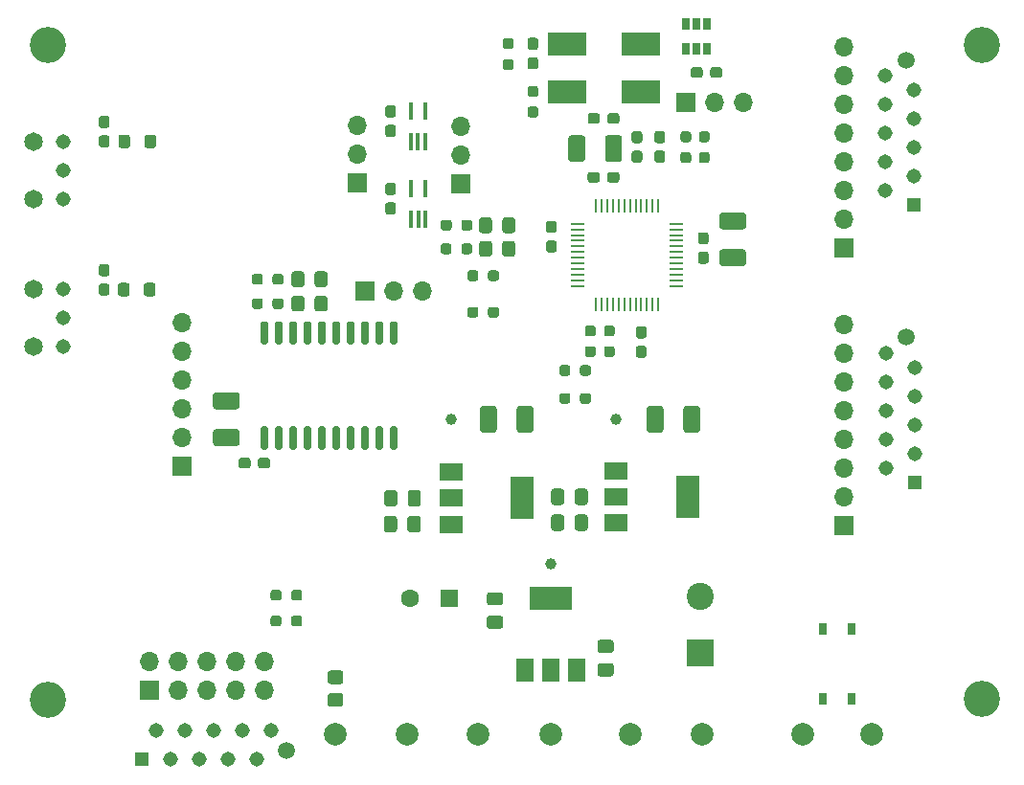
<source format=gbr>
G04 #@! TF.GenerationSoftware,KiCad,Pcbnew,(5.1.9-0-10_14)*
G04 #@! TF.CreationDate,2021-04-25T13:46:17+02:00*
G04 #@! TF.ProjectId,dac,6461632e-6b69-4636-9164-5f7063625858,rev?*
G04 #@! TF.SameCoordinates,Original*
G04 #@! TF.FileFunction,Soldermask,Top*
G04 #@! TF.FilePolarity,Negative*
%FSLAX46Y46*%
G04 Gerber Fmt 4.6, Leading zero omitted, Abs format (unit mm)*
G04 Created by KiCad (PCBNEW (5.1.9-0-10_14)) date 2021-04-25 13:46:17*
%MOMM*%
%LPD*%
G01*
G04 APERTURE LIST*
%ADD10C,1.308000*%
%ADD11C,1.650000*%
%ADD12O,1.700000X1.700000*%
%ADD13R,1.700000X1.700000*%
%ADD14C,1.000000*%
%ADD15R,0.400000X1.500000*%
%ADD16R,0.650000X1.060000*%
%ADD17C,2.000000*%
%ADD18R,1.308000X1.308000*%
%ADD19C,1.500000*%
%ADD20R,2.000000X1.500000*%
%ADD21R,2.000000X3.800000*%
%ADD22R,1.500000X2.000000*%
%ADD23R,3.800000X2.000000*%
%ADD24R,3.500000X2.000000*%
%ADD25C,1.600000*%
%ADD26R,1.600000X1.600000*%
%ADD27C,3.200000*%
%ADD28R,0.800000X1.000000*%
%ADD29C,2.400000*%
%ADD30R,2.400000X2.400000*%
%ADD31R,1.300000X0.250000*%
%ADD32R,0.250000X1.300000*%
G04 APERTURE END LIST*
D10*
X115025000Y-83185000D03*
X115025000Y-85725000D03*
X115025000Y-88265000D03*
D11*
X112395000Y-88265000D03*
X112395000Y-83185000D03*
D10*
X115025000Y-70104000D03*
X115025000Y-72644000D03*
X115025000Y-75184000D03*
D11*
X112395000Y-75184000D03*
X112395000Y-70104000D03*
D12*
X132740400Y-116078000D03*
X132740400Y-118618000D03*
X130200400Y-116078000D03*
X130200400Y-118618000D03*
X127660400Y-116078000D03*
X127660400Y-118618000D03*
X125120400Y-116078000D03*
X125120400Y-118618000D03*
X122580400Y-116078000D03*
D13*
X122580400Y-118618000D03*
D12*
X150177500Y-68732400D03*
X150177500Y-71272400D03*
D13*
X150177500Y-73812400D03*
G36*
G01*
X122120200Y-83560401D02*
X122120200Y-82860399D01*
G75*
G02*
X122370199Y-82610400I249999J0D01*
G01*
X122920201Y-82610400D01*
G75*
G02*
X123170200Y-82860399I0J-249999D01*
G01*
X123170200Y-83560401D01*
G75*
G02*
X122920201Y-83810400I-249999J0D01*
G01*
X122370199Y-83810400D01*
G75*
G02*
X122120200Y-83560401I0J249999D01*
G01*
G37*
G36*
G01*
X119820200Y-83560401D02*
X119820200Y-82860399D01*
G75*
G02*
X120070199Y-82610400I249999J0D01*
G01*
X120620201Y-82610400D01*
G75*
G02*
X120870200Y-82860399I0J-249999D01*
G01*
X120870200Y-83560401D01*
G75*
G02*
X120620201Y-83810400I-249999J0D01*
G01*
X120070199Y-83810400D01*
G75*
G02*
X119820200Y-83560401I0J249999D01*
G01*
G37*
G36*
G01*
X122171000Y-70454001D02*
X122171000Y-69753999D01*
G75*
G02*
X122420999Y-69504000I249999J0D01*
G01*
X122971001Y-69504000D01*
G75*
G02*
X123221000Y-69753999I0J-249999D01*
G01*
X123221000Y-70454001D01*
G75*
G02*
X122971001Y-70704000I-249999J0D01*
G01*
X122420999Y-70704000D01*
G75*
G02*
X122171000Y-70454001I0J249999D01*
G01*
G37*
G36*
G01*
X119871000Y-70454001D02*
X119871000Y-69753999D01*
G75*
G02*
X120120999Y-69504000I249999J0D01*
G01*
X120671001Y-69504000D01*
G75*
G02*
X120921000Y-69753999I0J-249999D01*
G01*
X120921000Y-70454001D01*
G75*
G02*
X120671001Y-70704000I-249999J0D01*
G01*
X120120999Y-70704000D01*
G75*
G02*
X119871000Y-70454001I0J249999D01*
G01*
G37*
D14*
X158115000Y-107505500D03*
G36*
G01*
X135148500Y-110473500D02*
X135148500Y-109998500D01*
G75*
G02*
X135386000Y-109761000I237500J0D01*
G01*
X135886000Y-109761000D01*
G75*
G02*
X136123500Y-109998500I0J-237500D01*
G01*
X136123500Y-110473500D01*
G75*
G02*
X135886000Y-110711000I-237500J0D01*
G01*
X135386000Y-110711000D01*
G75*
G02*
X135148500Y-110473500I0J237500D01*
G01*
G37*
G36*
G01*
X133323500Y-110473500D02*
X133323500Y-109998500D01*
G75*
G02*
X133561000Y-109761000I237500J0D01*
G01*
X134061000Y-109761000D01*
G75*
G02*
X134298500Y-109998500I0J-237500D01*
G01*
X134298500Y-110473500D01*
G75*
G02*
X134061000Y-110711000I-237500J0D01*
G01*
X133561000Y-110711000D01*
G75*
G02*
X133323500Y-110473500I0J237500D01*
G01*
G37*
G36*
G01*
X135144700Y-112759500D02*
X135144700Y-112284500D01*
G75*
G02*
X135382200Y-112047000I237500J0D01*
G01*
X135882200Y-112047000D01*
G75*
G02*
X136119700Y-112284500I0J-237500D01*
G01*
X136119700Y-112759500D01*
G75*
G02*
X135882200Y-112997000I-237500J0D01*
G01*
X135382200Y-112997000D01*
G75*
G02*
X135144700Y-112759500I0J237500D01*
G01*
G37*
G36*
G01*
X133319700Y-112759500D02*
X133319700Y-112284500D01*
G75*
G02*
X133557200Y-112047000I237500J0D01*
G01*
X134057200Y-112047000D01*
G75*
G02*
X134294700Y-112284500I0J-237500D01*
G01*
X134294700Y-112759500D01*
G75*
G02*
X134057200Y-112997000I-237500J0D01*
G01*
X133557200Y-112997000D01*
G75*
G02*
X133319700Y-112759500I0J237500D01*
G01*
G37*
G36*
G01*
X133497500Y-84692500D02*
X133497500Y-84217500D01*
G75*
G02*
X133735000Y-83980000I237500J0D01*
G01*
X134235000Y-83980000D01*
G75*
G02*
X134472500Y-84217500I0J-237500D01*
G01*
X134472500Y-84692500D01*
G75*
G02*
X134235000Y-84930000I-237500J0D01*
G01*
X133735000Y-84930000D01*
G75*
G02*
X133497500Y-84692500I0J237500D01*
G01*
G37*
G36*
G01*
X131672500Y-84692500D02*
X131672500Y-84217500D01*
G75*
G02*
X131910000Y-83980000I237500J0D01*
G01*
X132410000Y-83980000D01*
G75*
G02*
X132647500Y-84217500I0J-237500D01*
G01*
X132647500Y-84692500D01*
G75*
G02*
X132410000Y-84930000I-237500J0D01*
G01*
X131910000Y-84930000D01*
G75*
G02*
X131672500Y-84692500I0J237500D01*
G01*
G37*
G36*
G01*
X133497500Y-82533500D02*
X133497500Y-82058500D01*
G75*
G02*
X133735000Y-81821000I237500J0D01*
G01*
X134235000Y-81821000D01*
G75*
G02*
X134472500Y-82058500I0J-237500D01*
G01*
X134472500Y-82533500D01*
G75*
G02*
X134235000Y-82771000I-237500J0D01*
G01*
X133735000Y-82771000D01*
G75*
G02*
X133497500Y-82533500I0J237500D01*
G01*
G37*
G36*
G01*
X131672500Y-82533500D02*
X131672500Y-82058500D01*
G75*
G02*
X131910000Y-81821000I237500J0D01*
G01*
X132410000Y-81821000D01*
G75*
G02*
X132647500Y-82058500I0J-237500D01*
G01*
X132647500Y-82533500D01*
G75*
G02*
X132410000Y-82771000I-237500J0D01*
G01*
X131910000Y-82771000D01*
G75*
G02*
X131672500Y-82533500I0J237500D01*
G01*
G37*
G36*
G01*
X136320000Y-84004999D02*
X136320000Y-84905001D01*
G75*
G02*
X136070001Y-85155000I-249999J0D01*
G01*
X135419999Y-85155000D01*
G75*
G02*
X135170000Y-84905001I0J249999D01*
G01*
X135170000Y-84004999D01*
G75*
G02*
X135419999Y-83755000I249999J0D01*
G01*
X136070001Y-83755000D01*
G75*
G02*
X136320000Y-84004999I0J-249999D01*
G01*
G37*
G36*
G01*
X138370000Y-84004999D02*
X138370000Y-84905001D01*
G75*
G02*
X138120001Y-85155000I-249999J0D01*
G01*
X137469999Y-85155000D01*
G75*
G02*
X137220000Y-84905001I0J249999D01*
G01*
X137220000Y-84004999D01*
G75*
G02*
X137469999Y-83755000I249999J0D01*
G01*
X138120001Y-83755000D01*
G75*
G02*
X138370000Y-84004999I0J-249999D01*
G01*
G37*
G36*
G01*
X136320000Y-81845999D02*
X136320000Y-82746001D01*
G75*
G02*
X136070001Y-82996000I-249999J0D01*
G01*
X135419999Y-82996000D01*
G75*
G02*
X135170000Y-82746001I0J249999D01*
G01*
X135170000Y-81845999D01*
G75*
G02*
X135419999Y-81596000I249999J0D01*
G01*
X136070001Y-81596000D01*
G75*
G02*
X136320000Y-81845999I0J-249999D01*
G01*
G37*
G36*
G01*
X138370000Y-81845999D02*
X138370000Y-82746001D01*
G75*
G02*
X138120001Y-82996000I-249999J0D01*
G01*
X137469999Y-82996000D01*
G75*
G02*
X137220000Y-82746001I0J249999D01*
G01*
X137220000Y-81845999D01*
G75*
G02*
X137469999Y-81596000I249999J0D01*
G01*
X138120001Y-81596000D01*
G75*
G02*
X138370000Y-81845999I0J-249999D01*
G01*
G37*
G36*
G01*
X163089300Y-68309500D02*
X163089300Y-67834500D01*
G75*
G02*
X163326800Y-67597000I237500J0D01*
G01*
X163926800Y-67597000D01*
G75*
G02*
X164164300Y-67834500I0J-237500D01*
G01*
X164164300Y-68309500D01*
G75*
G02*
X163926800Y-68547000I-237500J0D01*
G01*
X163326800Y-68547000D01*
G75*
G02*
X163089300Y-68309500I0J237500D01*
G01*
G37*
G36*
G01*
X161364300Y-68309500D02*
X161364300Y-67834500D01*
G75*
G02*
X161601800Y-67597000I237500J0D01*
G01*
X162201800Y-67597000D01*
G75*
G02*
X162439300Y-67834500I0J-237500D01*
G01*
X162439300Y-68309500D01*
G75*
G02*
X162201800Y-68547000I-237500J0D01*
G01*
X161601800Y-68547000D01*
G75*
G02*
X161364300Y-68309500I0J237500D01*
G01*
G37*
D15*
X145732500Y-74302000D03*
X147032500Y-74302000D03*
X147032500Y-76962000D03*
X146382500Y-76962000D03*
X145732500Y-76962000D03*
X145717500Y-67456700D03*
X147017500Y-67456700D03*
X147017500Y-70116700D03*
X146367500Y-70116700D03*
X145717500Y-70116700D03*
G36*
G01*
X143691600Y-75495200D02*
X144166600Y-75495200D01*
G75*
G02*
X144404100Y-75732700I0J-237500D01*
G01*
X144404100Y-76332700D01*
G75*
G02*
X144166600Y-76570200I-237500J0D01*
G01*
X143691600Y-76570200D01*
G75*
G02*
X143454100Y-76332700I0J237500D01*
G01*
X143454100Y-75732700D01*
G75*
G02*
X143691600Y-75495200I237500J0D01*
G01*
G37*
G36*
G01*
X143691600Y-73770200D02*
X144166600Y-73770200D01*
G75*
G02*
X144404100Y-74007700I0J-237500D01*
G01*
X144404100Y-74607700D01*
G75*
G02*
X144166600Y-74845200I-237500J0D01*
G01*
X143691600Y-74845200D01*
G75*
G02*
X143454100Y-74607700I0J237500D01*
G01*
X143454100Y-74007700D01*
G75*
G02*
X143691600Y-73770200I237500J0D01*
G01*
G37*
G36*
G01*
X143691600Y-68637200D02*
X144166600Y-68637200D01*
G75*
G02*
X144404100Y-68874700I0J-237500D01*
G01*
X144404100Y-69474700D01*
G75*
G02*
X144166600Y-69712200I-237500J0D01*
G01*
X143691600Y-69712200D01*
G75*
G02*
X143454100Y-69474700I0J237500D01*
G01*
X143454100Y-68874700D01*
G75*
G02*
X143691600Y-68637200I237500J0D01*
G01*
G37*
G36*
G01*
X143691600Y-66912200D02*
X144166600Y-66912200D01*
G75*
G02*
X144404100Y-67149700I0J-237500D01*
G01*
X144404100Y-67749700D01*
G75*
G02*
X144166600Y-67987200I-237500J0D01*
G01*
X143691600Y-67987200D01*
G75*
G02*
X143454100Y-67749700I0J237500D01*
G01*
X143454100Y-67149700D01*
G75*
G02*
X143691600Y-66912200I237500J0D01*
G01*
G37*
D16*
X170977600Y-61925200D03*
X171927600Y-61925200D03*
X170027600Y-61925200D03*
X170027600Y-59725200D03*
X170977600Y-59725200D03*
X171927600Y-59725200D03*
G36*
G01*
X171530300Y-63770500D02*
X171530300Y-64245500D01*
G75*
G02*
X171292800Y-64483000I-237500J0D01*
G01*
X170692800Y-64483000D01*
G75*
G02*
X170455300Y-64245500I0J237500D01*
G01*
X170455300Y-63770500D01*
G75*
G02*
X170692800Y-63533000I237500J0D01*
G01*
X171292800Y-63533000D01*
G75*
G02*
X171530300Y-63770500I0J-237500D01*
G01*
G37*
G36*
G01*
X173255300Y-63770500D02*
X173255300Y-64245500D01*
G75*
G02*
X173017800Y-64483000I-237500J0D01*
G01*
X172417800Y-64483000D01*
G75*
G02*
X172180300Y-64245500I0J237500D01*
G01*
X172180300Y-63770500D01*
G75*
G02*
X172417800Y-63533000I237500J0D01*
G01*
X173017800Y-63533000D01*
G75*
G02*
X173255300Y-63770500I0J-237500D01*
G01*
G37*
G36*
G01*
X156752300Y-66171900D02*
X156277300Y-66171900D01*
G75*
G02*
X156039800Y-65934400I0J237500D01*
G01*
X156039800Y-65434400D01*
G75*
G02*
X156277300Y-65196900I237500J0D01*
G01*
X156752300Y-65196900D01*
G75*
G02*
X156989800Y-65434400I0J-237500D01*
G01*
X156989800Y-65934400D01*
G75*
G02*
X156752300Y-66171900I-237500J0D01*
G01*
G37*
G36*
G01*
X156752300Y-67996900D02*
X156277300Y-67996900D01*
G75*
G02*
X156039800Y-67759400I0J237500D01*
G01*
X156039800Y-67259400D01*
G75*
G02*
X156277300Y-67021900I237500J0D01*
G01*
X156752300Y-67021900D01*
G75*
G02*
X156989800Y-67259400I0J-237500D01*
G01*
X156989800Y-67759400D01*
G75*
G02*
X156752300Y-67996900I-237500J0D01*
G01*
G37*
G36*
G01*
X154567900Y-61955500D02*
X154092900Y-61955500D01*
G75*
G02*
X153855400Y-61718000I0J237500D01*
G01*
X153855400Y-61218000D01*
G75*
G02*
X154092900Y-60980500I237500J0D01*
G01*
X154567900Y-60980500D01*
G75*
G02*
X154805400Y-61218000I0J-237500D01*
G01*
X154805400Y-61718000D01*
G75*
G02*
X154567900Y-61955500I-237500J0D01*
G01*
G37*
G36*
G01*
X154567900Y-63780500D02*
X154092900Y-63780500D01*
G75*
G02*
X153855400Y-63543000I0J237500D01*
G01*
X153855400Y-63043000D01*
G75*
G02*
X154092900Y-62805500I237500J0D01*
G01*
X154567900Y-62805500D01*
G75*
G02*
X154805400Y-63043000I0J-237500D01*
G01*
X154805400Y-63543000D01*
G75*
G02*
X154567900Y-63780500I-237500J0D01*
G01*
G37*
G36*
G01*
X170265100Y-70188900D02*
X169790100Y-70188900D01*
G75*
G02*
X169552600Y-69951400I0J237500D01*
G01*
X169552600Y-69451400D01*
G75*
G02*
X169790100Y-69213900I237500J0D01*
G01*
X170265100Y-69213900D01*
G75*
G02*
X170502600Y-69451400I0J-237500D01*
G01*
X170502600Y-69951400D01*
G75*
G02*
X170265100Y-70188900I-237500J0D01*
G01*
G37*
G36*
G01*
X170265100Y-72013900D02*
X169790100Y-72013900D01*
G75*
G02*
X169552600Y-71776400I0J237500D01*
G01*
X169552600Y-71276400D01*
G75*
G02*
X169790100Y-71038900I237500J0D01*
G01*
X170265100Y-71038900D01*
G75*
G02*
X170502600Y-71276400I0J-237500D01*
G01*
X170502600Y-71776400D01*
G75*
G02*
X170265100Y-72013900I-237500J0D01*
G01*
G37*
G36*
G01*
X171890700Y-70188900D02*
X171415700Y-70188900D01*
G75*
G02*
X171178200Y-69951400I0J237500D01*
G01*
X171178200Y-69451400D01*
G75*
G02*
X171415700Y-69213900I237500J0D01*
G01*
X171890700Y-69213900D01*
G75*
G02*
X172128200Y-69451400I0J-237500D01*
G01*
X172128200Y-69951400D01*
G75*
G02*
X171890700Y-70188900I-237500J0D01*
G01*
G37*
G36*
G01*
X171890700Y-72013900D02*
X171415700Y-72013900D01*
G75*
G02*
X171178200Y-71776400I0J237500D01*
G01*
X171178200Y-71276400D01*
G75*
G02*
X171415700Y-71038900I237500J0D01*
G01*
X171890700Y-71038900D01*
G75*
G02*
X172128200Y-71276400I0J-237500D01*
G01*
X172128200Y-71776400D01*
G75*
G02*
X171890700Y-72013900I-237500J0D01*
G01*
G37*
G36*
G01*
X161357300Y-88205500D02*
X161832300Y-88205500D01*
G75*
G02*
X162069800Y-88443000I0J-237500D01*
G01*
X162069800Y-88943000D01*
G75*
G02*
X161832300Y-89180500I-237500J0D01*
G01*
X161357300Y-89180500D01*
G75*
G02*
X161119800Y-88943000I0J237500D01*
G01*
X161119800Y-88443000D01*
G75*
G02*
X161357300Y-88205500I237500J0D01*
G01*
G37*
G36*
G01*
X161357300Y-86380500D02*
X161832300Y-86380500D01*
G75*
G02*
X162069800Y-86618000I0J-237500D01*
G01*
X162069800Y-87118000D01*
G75*
G02*
X161832300Y-87355500I-237500J0D01*
G01*
X161357300Y-87355500D01*
G75*
G02*
X161119800Y-87118000I0J237500D01*
G01*
X161119800Y-86618000D01*
G75*
G02*
X161357300Y-86380500I237500J0D01*
G01*
G37*
G36*
G01*
X163033700Y-88205500D02*
X163508700Y-88205500D01*
G75*
G02*
X163746200Y-88443000I0J-237500D01*
G01*
X163746200Y-88943000D01*
G75*
G02*
X163508700Y-89180500I-237500J0D01*
G01*
X163033700Y-89180500D01*
G75*
G02*
X162796200Y-88943000I0J237500D01*
G01*
X162796200Y-88443000D01*
G75*
G02*
X163033700Y-88205500I237500J0D01*
G01*
G37*
G36*
G01*
X163033700Y-86380500D02*
X163508700Y-86380500D01*
G75*
G02*
X163746200Y-86618000I0J-237500D01*
G01*
X163746200Y-87118000D01*
G75*
G02*
X163508700Y-87355500I-237500J0D01*
G01*
X163033700Y-87355500D01*
G75*
G02*
X162796200Y-87118000I0J237500D01*
G01*
X162796200Y-86618000D01*
G75*
G02*
X163033700Y-86380500I237500J0D01*
G01*
G37*
G36*
G01*
X151693700Y-81741000D02*
X151693700Y-82216000D01*
G75*
G02*
X151456200Y-82453500I-237500J0D01*
G01*
X150956200Y-82453500D01*
G75*
G02*
X150718700Y-82216000I0J237500D01*
G01*
X150718700Y-81741000D01*
G75*
G02*
X150956200Y-81503500I237500J0D01*
G01*
X151456200Y-81503500D01*
G75*
G02*
X151693700Y-81741000I0J-237500D01*
G01*
G37*
G36*
G01*
X153518700Y-81741000D02*
X153518700Y-82216000D01*
G75*
G02*
X153281200Y-82453500I-237500J0D01*
G01*
X152781200Y-82453500D01*
G75*
G02*
X152543700Y-82216000I0J237500D01*
G01*
X152543700Y-81741000D01*
G75*
G02*
X152781200Y-81503500I237500J0D01*
G01*
X153281200Y-81503500D01*
G75*
G02*
X153518700Y-81741000I0J-237500D01*
G01*
G37*
G36*
G01*
X151693700Y-84979500D02*
X151693700Y-85454500D01*
G75*
G02*
X151456200Y-85692000I-237500J0D01*
G01*
X150956200Y-85692000D01*
G75*
G02*
X150718700Y-85454500I0J237500D01*
G01*
X150718700Y-84979500D01*
G75*
G02*
X150956200Y-84742000I237500J0D01*
G01*
X151456200Y-84742000D01*
G75*
G02*
X151693700Y-84979500I0J-237500D01*
G01*
G37*
G36*
G01*
X153518700Y-84979500D02*
X153518700Y-85454500D01*
G75*
G02*
X153281200Y-85692000I-237500J0D01*
G01*
X152781200Y-85692000D01*
G75*
G02*
X152543700Y-85454500I0J237500D01*
G01*
X152543700Y-84979500D01*
G75*
G02*
X152781200Y-84742000I237500J0D01*
G01*
X153281200Y-84742000D01*
G75*
G02*
X153518700Y-84979500I0J-237500D01*
G01*
G37*
G36*
G01*
X150185300Y-77758300D02*
X150185300Y-77283300D01*
G75*
G02*
X150422800Y-77045800I237500J0D01*
G01*
X150922800Y-77045800D01*
G75*
G02*
X151160300Y-77283300I0J-237500D01*
G01*
X151160300Y-77758300D01*
G75*
G02*
X150922800Y-77995800I-237500J0D01*
G01*
X150422800Y-77995800D01*
G75*
G02*
X150185300Y-77758300I0J237500D01*
G01*
G37*
G36*
G01*
X148360300Y-77758300D02*
X148360300Y-77283300D01*
G75*
G02*
X148597800Y-77045800I237500J0D01*
G01*
X149097800Y-77045800D01*
G75*
G02*
X149335300Y-77283300I0J-237500D01*
G01*
X149335300Y-77758300D01*
G75*
G02*
X149097800Y-77995800I-237500J0D01*
G01*
X148597800Y-77995800D01*
G75*
G02*
X148360300Y-77758300I0J237500D01*
G01*
G37*
G36*
G01*
X150181500Y-79841100D02*
X150181500Y-79366100D01*
G75*
G02*
X150419000Y-79128600I237500J0D01*
G01*
X150919000Y-79128600D01*
G75*
G02*
X151156500Y-79366100I0J-237500D01*
G01*
X151156500Y-79841100D01*
G75*
G02*
X150919000Y-80078600I-237500J0D01*
G01*
X150419000Y-80078600D01*
G75*
G02*
X150181500Y-79841100I0J237500D01*
G01*
G37*
G36*
G01*
X148356500Y-79841100D02*
X148356500Y-79366100D01*
G75*
G02*
X148594000Y-79128600I237500J0D01*
G01*
X149094000Y-79128600D01*
G75*
G02*
X149331500Y-79366100I0J-237500D01*
G01*
X149331500Y-79841100D01*
G75*
G02*
X149094000Y-80078600I-237500J0D01*
G01*
X148594000Y-80078600D01*
G75*
G02*
X148356500Y-79841100I0J237500D01*
G01*
G37*
D17*
X171450000Y-122555000D03*
X165100000Y-122555000D03*
G36*
G01*
X159825500Y-92599500D02*
X159825500Y-93074500D01*
G75*
G02*
X159588000Y-93312000I-237500J0D01*
G01*
X159088000Y-93312000D01*
G75*
G02*
X158850500Y-93074500I0J237500D01*
G01*
X158850500Y-92599500D01*
G75*
G02*
X159088000Y-92362000I237500J0D01*
G01*
X159588000Y-92362000D01*
G75*
G02*
X159825500Y-92599500I0J-237500D01*
G01*
G37*
G36*
G01*
X161650500Y-92599500D02*
X161650500Y-93074500D01*
G75*
G02*
X161413000Y-93312000I-237500J0D01*
G01*
X160913000Y-93312000D01*
G75*
G02*
X160675500Y-93074500I0J237500D01*
G01*
X160675500Y-92599500D01*
G75*
G02*
X160913000Y-92362000I237500J0D01*
G01*
X161413000Y-92362000D01*
G75*
G02*
X161650500Y-92599500I0J-237500D01*
G01*
G37*
G36*
G01*
X159825500Y-90123000D02*
X159825500Y-90598000D01*
G75*
G02*
X159588000Y-90835500I-237500J0D01*
G01*
X159088000Y-90835500D01*
G75*
G02*
X158850500Y-90598000I0J237500D01*
G01*
X158850500Y-90123000D01*
G75*
G02*
X159088000Y-89885500I237500J0D01*
G01*
X159588000Y-89885500D01*
G75*
G02*
X159825500Y-90123000I0J-237500D01*
G01*
G37*
G36*
G01*
X161650500Y-90123000D02*
X161650500Y-90598000D01*
G75*
G02*
X161413000Y-90835500I-237500J0D01*
G01*
X160913000Y-90835500D01*
G75*
G02*
X160675500Y-90598000I0J237500D01*
G01*
X160675500Y-90123000D01*
G75*
G02*
X160913000Y-89885500I237500J0D01*
G01*
X161413000Y-89885500D01*
G75*
G02*
X161650500Y-90123000I0J-237500D01*
G01*
G37*
G36*
G01*
X166328100Y-87532500D02*
X165853100Y-87532500D01*
G75*
G02*
X165615600Y-87295000I0J237500D01*
G01*
X165615600Y-86695000D01*
G75*
G02*
X165853100Y-86457500I237500J0D01*
G01*
X166328100Y-86457500D01*
G75*
G02*
X166565600Y-86695000I0J-237500D01*
G01*
X166565600Y-87295000D01*
G75*
G02*
X166328100Y-87532500I-237500J0D01*
G01*
G37*
G36*
G01*
X166328100Y-89257500D02*
X165853100Y-89257500D01*
G75*
G02*
X165615600Y-89020000I0J237500D01*
G01*
X165615600Y-88420000D01*
G75*
G02*
X165853100Y-88182500I237500J0D01*
G01*
X166328100Y-88182500D01*
G75*
G02*
X166565600Y-88420000I0J-237500D01*
G01*
X166565600Y-89020000D01*
G75*
G02*
X166328100Y-89257500I-237500J0D01*
G01*
G37*
G36*
G01*
X157902900Y-78860700D02*
X158377900Y-78860700D01*
G75*
G02*
X158615400Y-79098200I0J-237500D01*
G01*
X158615400Y-79698200D01*
G75*
G02*
X158377900Y-79935700I-237500J0D01*
G01*
X157902900Y-79935700D01*
G75*
G02*
X157665400Y-79698200I0J237500D01*
G01*
X157665400Y-79098200D01*
G75*
G02*
X157902900Y-78860700I237500J0D01*
G01*
G37*
G36*
G01*
X157902900Y-77135700D02*
X158377900Y-77135700D01*
G75*
G02*
X158615400Y-77373200I0J-237500D01*
G01*
X158615400Y-77973200D01*
G75*
G02*
X158377900Y-78210700I-237500J0D01*
G01*
X157902900Y-78210700D01*
G75*
G02*
X157665400Y-77973200I0J237500D01*
G01*
X157665400Y-77373200D01*
G75*
G02*
X157902900Y-77135700I237500J0D01*
G01*
G37*
G36*
G01*
X163075500Y-73516500D02*
X163075500Y-73041500D01*
G75*
G02*
X163313000Y-72804000I237500J0D01*
G01*
X163913000Y-72804000D01*
G75*
G02*
X164150500Y-73041500I0J-237500D01*
G01*
X164150500Y-73516500D01*
G75*
G02*
X163913000Y-73754000I-237500J0D01*
G01*
X163313000Y-73754000D01*
G75*
G02*
X163075500Y-73516500I0J237500D01*
G01*
G37*
G36*
G01*
X161350500Y-73516500D02*
X161350500Y-73041500D01*
G75*
G02*
X161588000Y-72804000I237500J0D01*
G01*
X162188000Y-72804000D01*
G75*
G02*
X162425500Y-73041500I0J-237500D01*
G01*
X162425500Y-73516500D01*
G75*
G02*
X162188000Y-73754000I-237500J0D01*
G01*
X161588000Y-73754000D01*
G75*
G02*
X161350500Y-73516500I0J237500D01*
G01*
G37*
G36*
G01*
X171339500Y-79853500D02*
X171814500Y-79853500D01*
G75*
G02*
X172052000Y-80091000I0J-237500D01*
G01*
X172052000Y-80691000D01*
G75*
G02*
X171814500Y-80928500I-237500J0D01*
G01*
X171339500Y-80928500D01*
G75*
G02*
X171102000Y-80691000I0J237500D01*
G01*
X171102000Y-80091000D01*
G75*
G02*
X171339500Y-79853500I237500J0D01*
G01*
G37*
G36*
G01*
X171339500Y-78128500D02*
X171814500Y-78128500D01*
G75*
G02*
X172052000Y-78366000I0J-237500D01*
G01*
X172052000Y-78966000D01*
G75*
G02*
X171814500Y-79203500I-237500J0D01*
G01*
X171339500Y-79203500D01*
G75*
G02*
X171102000Y-78966000I0J237500D01*
G01*
X171102000Y-78366000D01*
G75*
G02*
X171339500Y-78128500I237500J0D01*
G01*
G37*
G36*
G01*
X156277300Y-62657700D02*
X156752300Y-62657700D01*
G75*
G02*
X156989800Y-62895200I0J-237500D01*
G01*
X156989800Y-63495200D01*
G75*
G02*
X156752300Y-63732700I-237500J0D01*
G01*
X156277300Y-63732700D01*
G75*
G02*
X156039800Y-63495200I0J237500D01*
G01*
X156039800Y-62895200D01*
G75*
G02*
X156277300Y-62657700I237500J0D01*
G01*
G37*
G36*
G01*
X156277300Y-60932700D02*
X156752300Y-60932700D01*
G75*
G02*
X156989800Y-61170200I0J-237500D01*
G01*
X156989800Y-61770200D01*
G75*
G02*
X156752300Y-62007700I-237500J0D01*
G01*
X156277300Y-62007700D01*
G75*
G02*
X156039800Y-61770200I0J237500D01*
G01*
X156039800Y-61170200D01*
G75*
G02*
X156277300Y-60932700I237500J0D01*
G01*
G37*
G36*
G01*
X132214500Y-98789500D02*
X132214500Y-98314500D01*
G75*
G02*
X132452000Y-98077000I237500J0D01*
G01*
X133052000Y-98077000D01*
G75*
G02*
X133289500Y-98314500I0J-237500D01*
G01*
X133289500Y-98789500D01*
G75*
G02*
X133052000Y-99027000I-237500J0D01*
G01*
X132452000Y-99027000D01*
G75*
G02*
X132214500Y-98789500I0J237500D01*
G01*
G37*
G36*
G01*
X130489500Y-98789500D02*
X130489500Y-98314500D01*
G75*
G02*
X130727000Y-98077000I237500J0D01*
G01*
X131327000Y-98077000D01*
G75*
G02*
X131564500Y-98314500I0J-237500D01*
G01*
X131564500Y-98789500D01*
G75*
G02*
X131327000Y-99027000I-237500J0D01*
G01*
X130727000Y-99027000D01*
G75*
G02*
X130489500Y-98789500I0J237500D01*
G01*
G37*
G36*
G01*
X118380500Y-82672900D02*
X118855500Y-82672900D01*
G75*
G02*
X119093000Y-82910400I0J-237500D01*
G01*
X119093000Y-83510400D01*
G75*
G02*
X118855500Y-83747900I-237500J0D01*
G01*
X118380500Y-83747900D01*
G75*
G02*
X118143000Y-83510400I0J237500D01*
G01*
X118143000Y-82910400D01*
G75*
G02*
X118380500Y-82672900I237500J0D01*
G01*
G37*
G36*
G01*
X118380500Y-80947900D02*
X118855500Y-80947900D01*
G75*
G02*
X119093000Y-81185400I0J-237500D01*
G01*
X119093000Y-81785400D01*
G75*
G02*
X118855500Y-82022900I-237500J0D01*
G01*
X118380500Y-82022900D01*
G75*
G02*
X118143000Y-81785400I0J237500D01*
G01*
X118143000Y-81185400D01*
G75*
G02*
X118380500Y-80947900I237500J0D01*
G01*
G37*
G36*
G01*
X118380500Y-69566500D02*
X118855500Y-69566500D01*
G75*
G02*
X119093000Y-69804000I0J-237500D01*
G01*
X119093000Y-70404000D01*
G75*
G02*
X118855500Y-70641500I-237500J0D01*
G01*
X118380500Y-70641500D01*
G75*
G02*
X118143000Y-70404000I0J237500D01*
G01*
X118143000Y-69804000D01*
G75*
G02*
X118380500Y-69566500I237500J0D01*
G01*
G37*
G36*
G01*
X118380500Y-67841500D02*
X118855500Y-67841500D01*
G75*
G02*
X119093000Y-68079000I0J-237500D01*
G01*
X119093000Y-68679000D01*
G75*
G02*
X118855500Y-68916500I-237500J0D01*
G01*
X118380500Y-68916500D01*
G75*
G02*
X118143000Y-68679000I0J237500D01*
G01*
X118143000Y-68079000D01*
G75*
G02*
X118380500Y-67841500I237500J0D01*
G01*
G37*
G36*
G01*
X167953700Y-70262700D02*
X167478700Y-70262700D01*
G75*
G02*
X167241200Y-70025200I0J237500D01*
G01*
X167241200Y-69425200D01*
G75*
G02*
X167478700Y-69187700I237500J0D01*
G01*
X167953700Y-69187700D01*
G75*
G02*
X168191200Y-69425200I0J-237500D01*
G01*
X168191200Y-70025200D01*
G75*
G02*
X167953700Y-70262700I-237500J0D01*
G01*
G37*
G36*
G01*
X167953700Y-71987700D02*
X167478700Y-71987700D01*
G75*
G02*
X167241200Y-71750200I0J237500D01*
G01*
X167241200Y-71150200D01*
G75*
G02*
X167478700Y-70912700I237500J0D01*
G01*
X167953700Y-70912700D01*
G75*
G02*
X168191200Y-71150200I0J-237500D01*
G01*
X168191200Y-71750200D01*
G75*
G02*
X167953700Y-71987700I-237500J0D01*
G01*
G37*
G36*
G01*
X165472100Y-70912700D02*
X165947100Y-70912700D01*
G75*
G02*
X166184600Y-71150200I0J-237500D01*
G01*
X166184600Y-71750200D01*
G75*
G02*
X165947100Y-71987700I-237500J0D01*
G01*
X165472100Y-71987700D01*
G75*
G02*
X165234600Y-71750200I0J237500D01*
G01*
X165234600Y-71150200D01*
G75*
G02*
X165472100Y-70912700I237500J0D01*
G01*
G37*
G36*
G01*
X165472100Y-69187700D02*
X165947100Y-69187700D01*
G75*
G02*
X166184600Y-69425200I0J-237500D01*
G01*
X166184600Y-70025200D01*
G75*
G02*
X165947100Y-70262700I-237500J0D01*
G01*
X165472100Y-70262700D01*
G75*
G02*
X165234600Y-70025200I0J237500D01*
G01*
X165234600Y-69425200D01*
G75*
G02*
X165472100Y-69187700I237500J0D01*
G01*
G37*
D18*
X190246000Y-100266500D03*
D10*
X187706000Y-98996500D03*
X190246000Y-97726500D03*
X187706000Y-96456500D03*
X190246000Y-95186500D03*
X187706000Y-93916500D03*
X190246000Y-92646500D03*
X187706000Y-91376500D03*
X190246000Y-90106500D03*
X187706000Y-88836500D03*
D19*
X189506000Y-87436500D03*
D12*
X184023000Y-86296500D03*
X184023000Y-88836500D03*
X184023000Y-91376500D03*
X184023000Y-93916500D03*
X184023000Y-96456500D03*
X184023000Y-98996500D03*
X184023000Y-101536500D03*
D13*
X184023000Y-104076500D03*
D12*
X175107600Y-66649600D03*
X172567600Y-66649600D03*
D13*
X170027600Y-66649600D03*
D12*
X141033500Y-68707000D03*
X141033500Y-71247000D03*
D13*
X141033500Y-73787000D03*
D12*
X184023000Y-61785500D03*
X184023000Y-64325500D03*
X184023000Y-66865500D03*
X184023000Y-69405500D03*
X184023000Y-71945500D03*
X184023000Y-74485500D03*
X184023000Y-77025500D03*
D13*
X184023000Y-79565500D03*
D12*
X146748500Y-83375500D03*
X144208500Y-83375500D03*
D13*
X141668500Y-83375500D03*
D18*
X121920000Y-124714000D03*
D10*
X123190000Y-122174000D03*
X124460000Y-124714000D03*
X125730000Y-122174000D03*
X127000000Y-124714000D03*
X128270000Y-122174000D03*
X129540000Y-124714000D03*
X130810000Y-122174000D03*
X132080000Y-124714000D03*
X133350000Y-122174000D03*
D19*
X134750000Y-123974000D03*
D20*
X163893500Y-99222500D03*
X163893500Y-103822500D03*
X163893500Y-101522500D03*
D21*
X170193500Y-101522500D03*
D20*
X149275000Y-99363500D03*
X149275000Y-103963500D03*
X149275000Y-101663500D03*
D21*
X155575000Y-101663500D03*
D22*
X155815000Y-116853500D03*
X160415000Y-116853500D03*
X158115000Y-116853500D03*
D23*
X158115000Y-110553500D03*
D24*
X159514400Y-61484400D03*
X166014400Y-61484400D03*
X166014400Y-65684400D03*
X159514400Y-65684400D03*
D14*
X163893500Y-94678500D03*
X149288500Y-94678500D03*
D18*
X190224000Y-75755500D03*
D10*
X187684000Y-74485500D03*
X190224000Y-73215500D03*
X187684000Y-71945500D03*
X190224000Y-70675500D03*
X187684000Y-69405500D03*
X190224000Y-68135500D03*
X187684000Y-66865500D03*
X190224000Y-65595500D03*
X187684000Y-64325500D03*
D19*
X189484000Y-62925500D03*
G36*
G01*
X169811000Y-95603500D02*
X169811000Y-93753500D01*
G75*
G02*
X170061000Y-93503500I250000J0D01*
G01*
X171061000Y-93503500D01*
G75*
G02*
X171311000Y-93753500I0J-250000D01*
G01*
X171311000Y-95603500D01*
G75*
G02*
X171061000Y-95853500I-250000J0D01*
G01*
X170061000Y-95853500D01*
G75*
G02*
X169811000Y-95603500I0J250000D01*
G01*
G37*
G36*
G01*
X166561000Y-95603500D02*
X166561000Y-93753500D01*
G75*
G02*
X166811000Y-93503500I250000J0D01*
G01*
X167811000Y-93503500D01*
G75*
G02*
X168061000Y-93753500I0J-250000D01*
G01*
X168061000Y-95603500D01*
G75*
G02*
X167811000Y-95853500I-250000J0D01*
G01*
X166811000Y-95853500D01*
G75*
G02*
X166561000Y-95603500I0J250000D01*
G01*
G37*
G36*
G01*
X155079000Y-95603500D02*
X155079000Y-93753500D01*
G75*
G02*
X155329000Y-93503500I250000J0D01*
G01*
X156329000Y-93503500D01*
G75*
G02*
X156579000Y-93753500I0J-250000D01*
G01*
X156579000Y-95603500D01*
G75*
G02*
X156329000Y-95853500I-250000J0D01*
G01*
X155329000Y-95853500D01*
G75*
G02*
X155079000Y-95603500I0J250000D01*
G01*
G37*
G36*
G01*
X151829000Y-95603500D02*
X151829000Y-93753500D01*
G75*
G02*
X152079000Y-93503500I250000J0D01*
G01*
X153079000Y-93503500D01*
G75*
G02*
X153329000Y-93753500I0J-250000D01*
G01*
X153329000Y-95603500D01*
G75*
G02*
X153079000Y-95853500I-250000J0D01*
G01*
X152079000Y-95853500D01*
G75*
G02*
X151829000Y-95603500I0J250000D01*
G01*
G37*
G36*
G01*
X159294500Y-101061500D02*
X159294500Y-102011500D01*
G75*
G02*
X159044500Y-102261500I-250000J0D01*
G01*
X158369500Y-102261500D01*
G75*
G02*
X158119500Y-102011500I0J250000D01*
G01*
X158119500Y-101061500D01*
G75*
G02*
X158369500Y-100811500I250000J0D01*
G01*
X159044500Y-100811500D01*
G75*
G02*
X159294500Y-101061500I0J-250000D01*
G01*
G37*
G36*
G01*
X161369500Y-101061500D02*
X161369500Y-102011500D01*
G75*
G02*
X161119500Y-102261500I-250000J0D01*
G01*
X160444500Y-102261500D01*
G75*
G02*
X160194500Y-102011500I0J250000D01*
G01*
X160194500Y-101061500D01*
G75*
G02*
X160444500Y-100811500I250000J0D01*
G01*
X161119500Y-100811500D01*
G75*
G02*
X161369500Y-101061500I0J-250000D01*
G01*
G37*
G36*
G01*
X144542000Y-101188500D02*
X144542000Y-102138500D01*
G75*
G02*
X144292000Y-102388500I-250000J0D01*
G01*
X143617000Y-102388500D01*
G75*
G02*
X143367000Y-102138500I0J250000D01*
G01*
X143367000Y-101188500D01*
G75*
G02*
X143617000Y-100938500I250000J0D01*
G01*
X144292000Y-100938500D01*
G75*
G02*
X144542000Y-101188500I0J-250000D01*
G01*
G37*
G36*
G01*
X146617000Y-101188500D02*
X146617000Y-102138500D01*
G75*
G02*
X146367000Y-102388500I-250000J0D01*
G01*
X145692000Y-102388500D01*
G75*
G02*
X145442000Y-102138500I0J250000D01*
G01*
X145442000Y-101188500D01*
G75*
G02*
X145692000Y-100938500I250000J0D01*
G01*
X146367000Y-100938500D01*
G75*
G02*
X146617000Y-101188500I0J-250000D01*
G01*
G37*
G36*
G01*
X159294500Y-103347500D02*
X159294500Y-104297500D01*
G75*
G02*
X159044500Y-104547500I-250000J0D01*
G01*
X158369500Y-104547500D01*
G75*
G02*
X158119500Y-104297500I0J250000D01*
G01*
X158119500Y-103347500D01*
G75*
G02*
X158369500Y-103097500I250000J0D01*
G01*
X159044500Y-103097500D01*
G75*
G02*
X159294500Y-103347500I0J-250000D01*
G01*
G37*
G36*
G01*
X161369500Y-103347500D02*
X161369500Y-104297500D01*
G75*
G02*
X161119500Y-104547500I-250000J0D01*
G01*
X160444500Y-104547500D01*
G75*
G02*
X160194500Y-104297500I0J250000D01*
G01*
X160194500Y-103347500D01*
G75*
G02*
X160444500Y-103097500I250000J0D01*
G01*
X161119500Y-103097500D01*
G75*
G02*
X161369500Y-103347500I0J-250000D01*
G01*
G37*
G36*
G01*
X144520500Y-103474500D02*
X144520500Y-104424500D01*
G75*
G02*
X144270500Y-104674500I-250000J0D01*
G01*
X143595500Y-104674500D01*
G75*
G02*
X143345500Y-104424500I0J250000D01*
G01*
X143345500Y-103474500D01*
G75*
G02*
X143595500Y-103224500I250000J0D01*
G01*
X144270500Y-103224500D01*
G75*
G02*
X144520500Y-103474500I0J-250000D01*
G01*
G37*
G36*
G01*
X146595500Y-103474500D02*
X146595500Y-104424500D01*
G75*
G02*
X146345500Y-104674500I-250000J0D01*
G01*
X145670500Y-104674500D01*
G75*
G02*
X145420500Y-104424500I0J250000D01*
G01*
X145420500Y-103474500D01*
G75*
G02*
X145670500Y-103224500I250000J0D01*
G01*
X146345500Y-103224500D01*
G75*
G02*
X146595500Y-103474500I0J-250000D01*
G01*
G37*
D25*
X145661500Y-110553500D03*
D26*
X149161500Y-110553500D03*
G36*
G01*
X152687000Y-112041000D02*
X153637000Y-112041000D01*
G75*
G02*
X153887000Y-112291000I0J-250000D01*
G01*
X153887000Y-112966000D01*
G75*
G02*
X153637000Y-113216000I-250000J0D01*
G01*
X152687000Y-113216000D01*
G75*
G02*
X152437000Y-112966000I0J250000D01*
G01*
X152437000Y-112291000D01*
G75*
G02*
X152687000Y-112041000I250000J0D01*
G01*
G37*
G36*
G01*
X152687000Y-109966000D02*
X153637000Y-109966000D01*
G75*
G02*
X153887000Y-110216000I0J-250000D01*
G01*
X153887000Y-110891000D01*
G75*
G02*
X153637000Y-111141000I-250000J0D01*
G01*
X152687000Y-111141000D01*
G75*
G02*
X152437000Y-110891000I0J250000D01*
G01*
X152437000Y-110216000D01*
G75*
G02*
X152687000Y-109966000I250000J0D01*
G01*
G37*
D12*
X125476000Y-86156800D03*
X125476000Y-88696800D03*
X125476000Y-91236800D03*
X125476000Y-93776800D03*
X125476000Y-96316800D03*
D13*
X125476000Y-98856800D03*
G36*
G01*
X161139500Y-69814000D02*
X161139500Y-71664000D01*
G75*
G02*
X160889500Y-71914000I-250000J0D01*
G01*
X159889500Y-71914000D01*
G75*
G02*
X159639500Y-71664000I0J250000D01*
G01*
X159639500Y-69814000D01*
G75*
G02*
X159889500Y-69564000I250000J0D01*
G01*
X160889500Y-69564000D01*
G75*
G02*
X161139500Y-69814000I0J-250000D01*
G01*
G37*
G36*
G01*
X164389500Y-69814000D02*
X164389500Y-71664000D01*
G75*
G02*
X164139500Y-71914000I-250000J0D01*
G01*
X163139500Y-71914000D01*
G75*
G02*
X162889500Y-71664000I0J250000D01*
G01*
X162889500Y-69814000D01*
G75*
G02*
X163139500Y-69564000I250000J0D01*
G01*
X164139500Y-69564000D01*
G75*
G02*
X164389500Y-69814000I0J-250000D01*
G01*
G37*
G36*
G01*
X175105500Y-77891000D02*
X173255500Y-77891000D01*
G75*
G02*
X173005500Y-77641000I0J250000D01*
G01*
X173005500Y-76641000D01*
G75*
G02*
X173255500Y-76391000I250000J0D01*
G01*
X175105500Y-76391000D01*
G75*
G02*
X175355500Y-76641000I0J-250000D01*
G01*
X175355500Y-77641000D01*
G75*
G02*
X175105500Y-77891000I-250000J0D01*
G01*
G37*
G36*
G01*
X175105500Y-81141000D02*
X173255500Y-81141000D01*
G75*
G02*
X173005500Y-80891000I0J250000D01*
G01*
X173005500Y-79891000D01*
G75*
G02*
X173255500Y-79641000I250000J0D01*
G01*
X175105500Y-79641000D01*
G75*
G02*
X175355500Y-79891000I0J-250000D01*
G01*
X175355500Y-80891000D01*
G75*
G02*
X175105500Y-81141000I-250000J0D01*
G01*
G37*
G36*
G01*
X130338000Y-93803500D02*
X128488000Y-93803500D01*
G75*
G02*
X128238000Y-93553500I0J250000D01*
G01*
X128238000Y-92553500D01*
G75*
G02*
X128488000Y-92303500I250000J0D01*
G01*
X130338000Y-92303500D01*
G75*
G02*
X130588000Y-92553500I0J-250000D01*
G01*
X130588000Y-93553500D01*
G75*
G02*
X130338000Y-93803500I-250000J0D01*
G01*
G37*
G36*
G01*
X130338000Y-97053500D02*
X128488000Y-97053500D01*
G75*
G02*
X128238000Y-96803500I0J250000D01*
G01*
X128238000Y-95803500D01*
G75*
G02*
X128488000Y-95553500I250000J0D01*
G01*
X130338000Y-95553500D01*
G75*
G02*
X130588000Y-95803500I0J-250000D01*
G01*
X130588000Y-96803500D01*
G75*
G02*
X130338000Y-97053500I-250000J0D01*
G01*
G37*
G36*
G01*
X132928500Y-88054500D02*
X132628500Y-88054500D01*
G75*
G02*
X132478500Y-87904500I0J150000D01*
G01*
X132478500Y-86154500D01*
G75*
G02*
X132628500Y-86004500I150000J0D01*
G01*
X132928500Y-86004500D01*
G75*
G02*
X133078500Y-86154500I0J-150000D01*
G01*
X133078500Y-87904500D01*
G75*
G02*
X132928500Y-88054500I-150000J0D01*
G01*
G37*
G36*
G01*
X134198500Y-88054500D02*
X133898500Y-88054500D01*
G75*
G02*
X133748500Y-87904500I0J150000D01*
G01*
X133748500Y-86154500D01*
G75*
G02*
X133898500Y-86004500I150000J0D01*
G01*
X134198500Y-86004500D01*
G75*
G02*
X134348500Y-86154500I0J-150000D01*
G01*
X134348500Y-87904500D01*
G75*
G02*
X134198500Y-88054500I-150000J0D01*
G01*
G37*
G36*
G01*
X135468500Y-88054500D02*
X135168500Y-88054500D01*
G75*
G02*
X135018500Y-87904500I0J150000D01*
G01*
X135018500Y-86154500D01*
G75*
G02*
X135168500Y-86004500I150000J0D01*
G01*
X135468500Y-86004500D01*
G75*
G02*
X135618500Y-86154500I0J-150000D01*
G01*
X135618500Y-87904500D01*
G75*
G02*
X135468500Y-88054500I-150000J0D01*
G01*
G37*
G36*
G01*
X136738500Y-88054500D02*
X136438500Y-88054500D01*
G75*
G02*
X136288500Y-87904500I0J150000D01*
G01*
X136288500Y-86154500D01*
G75*
G02*
X136438500Y-86004500I150000J0D01*
G01*
X136738500Y-86004500D01*
G75*
G02*
X136888500Y-86154500I0J-150000D01*
G01*
X136888500Y-87904500D01*
G75*
G02*
X136738500Y-88054500I-150000J0D01*
G01*
G37*
G36*
G01*
X138008500Y-88054500D02*
X137708500Y-88054500D01*
G75*
G02*
X137558500Y-87904500I0J150000D01*
G01*
X137558500Y-86154500D01*
G75*
G02*
X137708500Y-86004500I150000J0D01*
G01*
X138008500Y-86004500D01*
G75*
G02*
X138158500Y-86154500I0J-150000D01*
G01*
X138158500Y-87904500D01*
G75*
G02*
X138008500Y-88054500I-150000J0D01*
G01*
G37*
G36*
G01*
X139278500Y-88054500D02*
X138978500Y-88054500D01*
G75*
G02*
X138828500Y-87904500I0J150000D01*
G01*
X138828500Y-86154500D01*
G75*
G02*
X138978500Y-86004500I150000J0D01*
G01*
X139278500Y-86004500D01*
G75*
G02*
X139428500Y-86154500I0J-150000D01*
G01*
X139428500Y-87904500D01*
G75*
G02*
X139278500Y-88054500I-150000J0D01*
G01*
G37*
G36*
G01*
X140548500Y-88054500D02*
X140248500Y-88054500D01*
G75*
G02*
X140098500Y-87904500I0J150000D01*
G01*
X140098500Y-86154500D01*
G75*
G02*
X140248500Y-86004500I150000J0D01*
G01*
X140548500Y-86004500D01*
G75*
G02*
X140698500Y-86154500I0J-150000D01*
G01*
X140698500Y-87904500D01*
G75*
G02*
X140548500Y-88054500I-150000J0D01*
G01*
G37*
G36*
G01*
X141818500Y-88054500D02*
X141518500Y-88054500D01*
G75*
G02*
X141368500Y-87904500I0J150000D01*
G01*
X141368500Y-86154500D01*
G75*
G02*
X141518500Y-86004500I150000J0D01*
G01*
X141818500Y-86004500D01*
G75*
G02*
X141968500Y-86154500I0J-150000D01*
G01*
X141968500Y-87904500D01*
G75*
G02*
X141818500Y-88054500I-150000J0D01*
G01*
G37*
G36*
G01*
X143088500Y-88054500D02*
X142788500Y-88054500D01*
G75*
G02*
X142638500Y-87904500I0J150000D01*
G01*
X142638500Y-86154500D01*
G75*
G02*
X142788500Y-86004500I150000J0D01*
G01*
X143088500Y-86004500D01*
G75*
G02*
X143238500Y-86154500I0J-150000D01*
G01*
X143238500Y-87904500D01*
G75*
G02*
X143088500Y-88054500I-150000J0D01*
G01*
G37*
G36*
G01*
X144358500Y-88054500D02*
X144058500Y-88054500D01*
G75*
G02*
X143908500Y-87904500I0J150000D01*
G01*
X143908500Y-86154500D01*
G75*
G02*
X144058500Y-86004500I150000J0D01*
G01*
X144358500Y-86004500D01*
G75*
G02*
X144508500Y-86154500I0J-150000D01*
G01*
X144508500Y-87904500D01*
G75*
G02*
X144358500Y-88054500I-150000J0D01*
G01*
G37*
G36*
G01*
X144358500Y-97354500D02*
X144058500Y-97354500D01*
G75*
G02*
X143908500Y-97204500I0J150000D01*
G01*
X143908500Y-95454500D01*
G75*
G02*
X144058500Y-95304500I150000J0D01*
G01*
X144358500Y-95304500D01*
G75*
G02*
X144508500Y-95454500I0J-150000D01*
G01*
X144508500Y-97204500D01*
G75*
G02*
X144358500Y-97354500I-150000J0D01*
G01*
G37*
G36*
G01*
X143088500Y-97354500D02*
X142788500Y-97354500D01*
G75*
G02*
X142638500Y-97204500I0J150000D01*
G01*
X142638500Y-95454500D01*
G75*
G02*
X142788500Y-95304500I150000J0D01*
G01*
X143088500Y-95304500D01*
G75*
G02*
X143238500Y-95454500I0J-150000D01*
G01*
X143238500Y-97204500D01*
G75*
G02*
X143088500Y-97354500I-150000J0D01*
G01*
G37*
G36*
G01*
X141818500Y-97354500D02*
X141518500Y-97354500D01*
G75*
G02*
X141368500Y-97204500I0J150000D01*
G01*
X141368500Y-95454500D01*
G75*
G02*
X141518500Y-95304500I150000J0D01*
G01*
X141818500Y-95304500D01*
G75*
G02*
X141968500Y-95454500I0J-150000D01*
G01*
X141968500Y-97204500D01*
G75*
G02*
X141818500Y-97354500I-150000J0D01*
G01*
G37*
G36*
G01*
X140548500Y-97354500D02*
X140248500Y-97354500D01*
G75*
G02*
X140098500Y-97204500I0J150000D01*
G01*
X140098500Y-95454500D01*
G75*
G02*
X140248500Y-95304500I150000J0D01*
G01*
X140548500Y-95304500D01*
G75*
G02*
X140698500Y-95454500I0J-150000D01*
G01*
X140698500Y-97204500D01*
G75*
G02*
X140548500Y-97354500I-150000J0D01*
G01*
G37*
G36*
G01*
X139278500Y-97354500D02*
X138978500Y-97354500D01*
G75*
G02*
X138828500Y-97204500I0J150000D01*
G01*
X138828500Y-95454500D01*
G75*
G02*
X138978500Y-95304500I150000J0D01*
G01*
X139278500Y-95304500D01*
G75*
G02*
X139428500Y-95454500I0J-150000D01*
G01*
X139428500Y-97204500D01*
G75*
G02*
X139278500Y-97354500I-150000J0D01*
G01*
G37*
G36*
G01*
X138008500Y-97354500D02*
X137708500Y-97354500D01*
G75*
G02*
X137558500Y-97204500I0J150000D01*
G01*
X137558500Y-95454500D01*
G75*
G02*
X137708500Y-95304500I150000J0D01*
G01*
X138008500Y-95304500D01*
G75*
G02*
X138158500Y-95454500I0J-150000D01*
G01*
X138158500Y-97204500D01*
G75*
G02*
X138008500Y-97354500I-150000J0D01*
G01*
G37*
G36*
G01*
X136738500Y-97354500D02*
X136438500Y-97354500D01*
G75*
G02*
X136288500Y-97204500I0J150000D01*
G01*
X136288500Y-95454500D01*
G75*
G02*
X136438500Y-95304500I150000J0D01*
G01*
X136738500Y-95304500D01*
G75*
G02*
X136888500Y-95454500I0J-150000D01*
G01*
X136888500Y-97204500D01*
G75*
G02*
X136738500Y-97354500I-150000J0D01*
G01*
G37*
G36*
G01*
X135468500Y-97354500D02*
X135168500Y-97354500D01*
G75*
G02*
X135018500Y-97204500I0J150000D01*
G01*
X135018500Y-95454500D01*
G75*
G02*
X135168500Y-95304500I150000J0D01*
G01*
X135468500Y-95304500D01*
G75*
G02*
X135618500Y-95454500I0J-150000D01*
G01*
X135618500Y-97204500D01*
G75*
G02*
X135468500Y-97354500I-150000J0D01*
G01*
G37*
G36*
G01*
X134198500Y-97354500D02*
X133898500Y-97354500D01*
G75*
G02*
X133748500Y-97204500I0J150000D01*
G01*
X133748500Y-95454500D01*
G75*
G02*
X133898500Y-95304500I150000J0D01*
G01*
X134198500Y-95304500D01*
G75*
G02*
X134348500Y-95454500I0J-150000D01*
G01*
X134348500Y-97204500D01*
G75*
G02*
X134198500Y-97354500I-150000J0D01*
G01*
G37*
G36*
G01*
X132928500Y-97354500D02*
X132628500Y-97354500D01*
G75*
G02*
X132478500Y-97204500I0J150000D01*
G01*
X132478500Y-95454500D01*
G75*
G02*
X132628500Y-95304500I150000J0D01*
G01*
X132928500Y-95304500D01*
G75*
G02*
X133078500Y-95454500I0J-150000D01*
G01*
X133078500Y-97204500D01*
G75*
G02*
X132928500Y-97354500I-150000J0D01*
G01*
G37*
G36*
G01*
X139515001Y-118091000D02*
X138614999Y-118091000D01*
G75*
G02*
X138365000Y-117841001I0J249999D01*
G01*
X138365000Y-117140999D01*
G75*
G02*
X138614999Y-116891000I249999J0D01*
G01*
X139515001Y-116891000D01*
G75*
G02*
X139765000Y-117140999I0J-249999D01*
G01*
X139765000Y-117841001D01*
G75*
G02*
X139515001Y-118091000I-249999J0D01*
G01*
G37*
G36*
G01*
X139515001Y-120091000D02*
X138614999Y-120091000D01*
G75*
G02*
X138365000Y-119841001I0J249999D01*
G01*
X138365000Y-119140999D01*
G75*
G02*
X138614999Y-118891000I249999J0D01*
G01*
X139515001Y-118891000D01*
G75*
G02*
X139765000Y-119140999I0J-249999D01*
G01*
X139765000Y-119841001D01*
G75*
G02*
X139515001Y-120091000I-249999J0D01*
G01*
G37*
D17*
X180340000Y-122555000D03*
X186436000Y-122555000D03*
X145415000Y-122555000D03*
X151638000Y-122529600D03*
X158115000Y-122555000D03*
X139065000Y-122555000D03*
D27*
X113665000Y-119507000D03*
X196215000Y-119380000D03*
X196215000Y-61595000D03*
X113665000Y-61595000D03*
D28*
X182118000Y-113257000D03*
X184658000Y-113257000D03*
X184658000Y-119407000D03*
X182118000Y-119407000D03*
G36*
G01*
X163416000Y-115352500D02*
X162466000Y-115352500D01*
G75*
G02*
X162216000Y-115102500I0J250000D01*
G01*
X162216000Y-114427500D01*
G75*
G02*
X162466000Y-114177500I250000J0D01*
G01*
X163416000Y-114177500D01*
G75*
G02*
X163666000Y-114427500I0J-250000D01*
G01*
X163666000Y-115102500D01*
G75*
G02*
X163416000Y-115352500I-250000J0D01*
G01*
G37*
G36*
G01*
X163416000Y-117427500D02*
X162466000Y-117427500D01*
G75*
G02*
X162216000Y-117177500I0J250000D01*
G01*
X162216000Y-116502500D01*
G75*
G02*
X162466000Y-116252500I250000J0D01*
G01*
X163416000Y-116252500D01*
G75*
G02*
X163666000Y-116502500I0J-250000D01*
G01*
X163666000Y-117177500D01*
G75*
G02*
X163416000Y-117427500I-250000J0D01*
G01*
G37*
D29*
X171323000Y-110379500D03*
D30*
X171323000Y-115379500D03*
D31*
X169196000Y-77387000D03*
X169196000Y-77887000D03*
X169196000Y-78387000D03*
X169196000Y-78887000D03*
X169196000Y-79387000D03*
X169196000Y-79887000D03*
X169196000Y-80387000D03*
X169196000Y-80887000D03*
X169196000Y-81387000D03*
X169196000Y-81887000D03*
X169196000Y-82387000D03*
X169196000Y-82887000D03*
D32*
X167596000Y-84487000D03*
X167096000Y-84487000D03*
X166596000Y-84487000D03*
X166096000Y-84487000D03*
X165596000Y-84487000D03*
X165096000Y-84487000D03*
X164596000Y-84487000D03*
X164096000Y-84487000D03*
X163596000Y-84487000D03*
X163096000Y-84487000D03*
X162596000Y-84487000D03*
X162096000Y-84487000D03*
D31*
X160496000Y-82887000D03*
X160496000Y-82387000D03*
X160496000Y-81887000D03*
X160496000Y-81387000D03*
X160496000Y-80887000D03*
X160496000Y-80387000D03*
X160496000Y-79887000D03*
X160496000Y-79387000D03*
X160496000Y-78887000D03*
X160496000Y-78387000D03*
X160496000Y-77887000D03*
X160496000Y-77387000D03*
D32*
X162096000Y-75787000D03*
X162596000Y-75787000D03*
X163096000Y-75787000D03*
X163596000Y-75787000D03*
X164096000Y-75787000D03*
X164596000Y-75787000D03*
X165096000Y-75787000D03*
X165596000Y-75787000D03*
X166096000Y-75787000D03*
X166596000Y-75787000D03*
X167096000Y-75787000D03*
X167596000Y-75787000D03*
G36*
G01*
X152906200Y-77070799D02*
X152906200Y-77970801D01*
G75*
G02*
X152656201Y-78220800I-249999J0D01*
G01*
X152006199Y-78220800D01*
G75*
G02*
X151756200Y-77970801I0J249999D01*
G01*
X151756200Y-77070799D01*
G75*
G02*
X152006199Y-76820800I249999J0D01*
G01*
X152656201Y-76820800D01*
G75*
G02*
X152906200Y-77070799I0J-249999D01*
G01*
G37*
G36*
G01*
X154956200Y-77070799D02*
X154956200Y-77970801D01*
G75*
G02*
X154706201Y-78220800I-249999J0D01*
G01*
X154056199Y-78220800D01*
G75*
G02*
X153806200Y-77970801I0J249999D01*
G01*
X153806200Y-77070799D01*
G75*
G02*
X154056199Y-76820800I249999J0D01*
G01*
X154706201Y-76820800D01*
G75*
G02*
X154956200Y-77070799I0J-249999D01*
G01*
G37*
G36*
G01*
X152906200Y-79153599D02*
X152906200Y-80053601D01*
G75*
G02*
X152656201Y-80303600I-249999J0D01*
G01*
X152006199Y-80303600D01*
G75*
G02*
X151756200Y-80053601I0J249999D01*
G01*
X151756200Y-79153599D01*
G75*
G02*
X152006199Y-78903600I249999J0D01*
G01*
X152656201Y-78903600D01*
G75*
G02*
X152906200Y-79153599I0J-249999D01*
G01*
G37*
G36*
G01*
X154956200Y-79153599D02*
X154956200Y-80053601D01*
G75*
G02*
X154706201Y-80303600I-249999J0D01*
G01*
X154056199Y-80303600D01*
G75*
G02*
X153806200Y-80053601I0J249999D01*
G01*
X153806200Y-79153599D01*
G75*
G02*
X154056199Y-78903600I249999J0D01*
G01*
X154706201Y-78903600D01*
G75*
G02*
X154956200Y-79153599I0J-249999D01*
G01*
G37*
M02*

</source>
